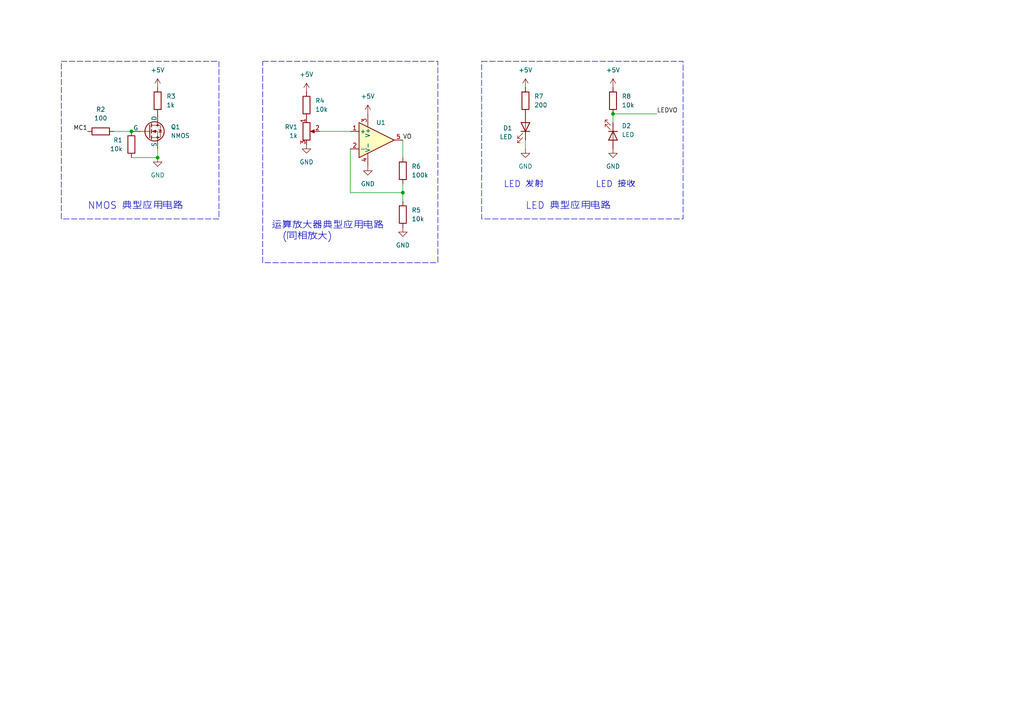
<source format=kicad_sch>
(kicad_sch (version 20230121) (generator eeschema)
  (paper "A4")
  (title_block (title "pmtd-1 t1") (date "2024-01-19") (rev "v0.1") (company "fm-elpac") (comment 1 "主要原理电路"))
  (lib_symbols
    (symbol "Device:LED" (pin_numbers hide) (pin_names (offset 1.016) hide)
      (property "Reference" "D" (at 0 2.54 0))
      (property "Value" "LED" (at 0 -2.54 0))
      (symbol "LED_0_1"
        (polyline (pts (xy -1.27 -1.27) (xy -1.27 1.27)) (stroke (width 0.254)))
        (polyline (pts (xy -1.27 0) (xy 1.27 0)))
        (polyline (pts (xy 1.27 -1.27) (xy 1.27 1.27) (xy -1.27 0) (xy 1.27 -1.27)) (stroke (width 0.254)))
        (polyline (pts (xy -3.048 -0.762) (xy -4.572 -2.286) (xy -3.81 -2.286) (xy -4.572 -2.286) (xy -4.572 -1.524)))
        (polyline (pts (xy -1.778 -0.762) (xy -3.302 -2.286) (xy -2.54 -2.286) (xy -3.302 -2.286) (xy -3.302 -1.524)))
      )
      (symbol "LED_1_1"
        (pin passive line (at -3.81 0 0) (length 2.54) (name "K") (number "1"))
        (pin passive line (at 3.81 0 180) (length 2.54) (name "A") (number "2"))
      )
    )
    (symbol "Device:R" (pin_numbers hide) (pin_names (offset 0))
      (property "Reference" "R" (at 2.032 0 90))
      (property "Value" "R" (at 0 0 90))
      (symbol "R_0_1"
        (rectangle (start -1.016 -2.54) (end 1.016 2.54) (stroke (width 0.254)))
      )
      (symbol "R_1_1"
        (pin passive line (at 0 3.81 270) (length 1.27) (name "~") (number "1"))
        (pin passive line (at 0 -3.81 90) (length 1.27) (name "~") (number "2"))
      )
    )
    (symbol "Device:R_Potentiometer" (pin_names (offset 1.016) hide)
      (property "Reference" "RV" (at -4.445 0 90))
      (property "Value" "R_Potentiometer" (at -2.54 0 90))
      (symbol "R_Potentiometer_0_1"
        (polyline (pts (xy 2.54 0) (xy 1.524 0)))
        (polyline (pts (xy 1.143 0) (xy 2.286 0.508) (xy 2.286 -0.508) (xy 1.143 0)) (fill (type outline)))
        (rectangle (start 1.016 2.54) (end -1.016 -2.54) (stroke (width 0.254)))
      )
      (symbol "R_Potentiometer_1_1"
        (pin passive line (at 0 3.81 270) (length 1.27) (name "1") (number "1"))
        (pin passive line (at 3.81 0 180) (length 1.27) (name "2") (number "2"))
        (pin passive line (at 0 -3.81 90) (length 1.27) (name "3") (number "3"))
      )
    )
    (symbol "Simulation_SPICE:NMOS" (pin_numbers hide) (pin_names (offset 0))
      (property "Reference" "Q" (at 5.08 1.27 0))
      (property "Value" "NMOS" (at 5.08 -1.27 0))
      (symbol "NMOS_0_1"
        (polyline (pts (xy 0.254 0) (xy -2.54 0)))
        (polyline (pts (xy 0.254 1.905) (xy 0.254 -1.905)) (stroke (width 0.254)))
        (polyline (pts (xy 0.762 -1.27) (xy 0.762 -2.286)) (stroke (width 0.254)))
        (polyline (pts (xy 0.762 0.508) (xy 0.762 -0.508)) (stroke (width 0.254)))
        (polyline (pts (xy 0.762 2.286) (xy 0.762 1.27)) (stroke (width 0.254)))
        (polyline (pts (xy 2.54 2.54) (xy 2.54 1.778)))
        (polyline (pts (xy 2.54 -2.54) (xy 2.54 0) (xy 0.762 0)))
        (polyline (pts (xy 0.762 -1.778) (xy 3.302 -1.778) (xy 3.302 1.778) (xy 0.762 1.778)))
        (polyline (pts (xy 1.016 0) (xy 2.032 0.381) (xy 2.032 -0.381) (xy 1.016 0)) (fill (type outline)))
        (polyline (pts (xy 2.794 0.508) (xy 2.921 0.381) (xy 3.683 0.381) (xy 3.81 0.254)))
        (polyline (pts (xy 3.302 0.381) (xy 2.921 -0.254) (xy 3.683 -0.254) (xy 3.302 0.381)))
        (circle (center 1.651 0) (radius 2.794) (stroke (width 0.254)))
        (circle (center 2.54 -1.778) (radius 0.254) (fill (type outline)))
        (circle (center 2.54 1.778) (radius 0.254) (fill (type outline)))
      )
      (symbol "NMOS_1_1"
        (pin passive line (at 2.54 5.08 270) (length 2.54) (name "D") (number "1"))
        (pin input line (at -5.08 0 0) (length 2.54) (name "G") (number "2"))
        (pin passive line (at 2.54 -5.08 90) (length 2.54) (name "S") (number "3"))
      )
    )
    (symbol "Simulation_SPICE:OPAMP" (pin_names (offset 0.254))
      (property "Reference" "U" (at 3.81 3.175 0))
      (property "Value" "${SIM.PARAMS}" (at 3.81 -3.175 0))
      (symbol "OPAMP_0_1"
        (polyline (pts (xy 5.08 0) (xy -5.08 5.08) (xy -5.08 -5.08) (xy 5.08 0)) (stroke (width 0.254)) (fill (type background)))
      )
      (symbol "OPAMP_1_1"
        (pin input line (at -7.62 2.54 0) (length 2.54) (name "+") (number "1"))
        (pin input line (at -7.62 -2.54 0) (length 2.54) (name "-") (number "2"))
        (pin power_in line (at -2.54 7.62 270) (length 3.81) (name "V+") (number "3"))
        (pin power_in line (at -2.54 -7.62 90) (length 3.81) (name "V-") (number "4"))
        (pin output line (at 7.62 0 180) (length 2.54) (name "~") (number "5"))
      )
    )
    (symbol "power:+5V" (power) (pin_names (offset 0))
      (property "Value" "+5V" (at 0 3.556 0))
      (symbol "+5V_0_1"
        (polyline (pts (xy -0.762 1.27) (xy 0 2.54)))
        (polyline (pts (xy 0 0) (xy 0 2.54)))
        (polyline (pts (xy 0 2.54) (xy 0.762 1.27)))
      )
      (symbol "+5V_1_1"
        (pin power_in line (at 0 0 90) (length 0) hide (name "+5V") (number "1"))
      )
    )
    (symbol "power:GND" (power) (pin_names (offset 0))
      (property "Value" "GND" (at 0 -3.81 0))
      (symbol "GND_0_1"
        (polyline (pts (xy 0 0) (xy 0 -1.27) (xy 1.27 -1.27) (xy 0 -2.54) (xy -1.27 -1.27) (xy 0 -1.27)))
      )
      (symbol "GND_1_1"
        (pin power_in line (at 0 0 270) (length 0) hide (name "GND") (number "1"))
      )
    )
  )
  (junction (at 177.8 33.02))
  (junction (at 116.84 55.88))
  (junction (at 38.1 38.1))
  (junction (at 45.72 45.72))
  (wire (pts (xy 116.84 55.88) (xy 101.6 55.88)))
  (wire (pts (xy 152.4 40.64) (xy 152.4 43.18)))
  (wire (pts (xy 92.71 38.1) (xy 101.6 38.1)))
  (wire (pts (xy 177.8 33.02) (xy 190.5 33.02)))
  (wire (pts (xy 116.84 55.88) (xy 116.84 58.42)))
  (wire (pts (xy 38.1 45.72) (xy 45.72 45.72)))
  (wire (pts (xy 116.84 53.34) (xy 116.84 55.88)))
  (wire (pts (xy 33.02 38.1) (xy 38.1 38.1)))
  (wire (pts (xy 101.6 43.18) (xy 101.6 55.88)))
  (wire (pts (xy 116.84 45.72) (xy 116.84 40.64)))
  (wire (pts (xy 45.72 45.72) (xy 45.72 43.18)))
  (wire (pts (xy 177.8 33.02) (xy 177.8 35.56)))
  (rectangle (start 17.78 17.78) (end 63.5 63.5) (stroke (width 0) (type dash)))
  (rectangle (start 139.7 17.78) (end 198.12 63.5) (stroke (width 0) (type dash)))
  (rectangle (start 76.2 17.78) (end 127 76.2) (stroke (width 0) (type dash)))
  (text "NMOS 典型应用电路" (at 25.4 60.96 0) (effects (font (size 2 2)) (justify left bottom)))
  (text "LED 接收" (at 172.72 54.61 0) (effects (font (size 1.8 1.8)) (justify left bottom)))
  (text "LED 发射" (at 146.05 54.61 0) (effects (font (size 1.8 1.8)) (justify left bottom)))
  (text "运算放大器典型应用电路  \n  (同相放大)" (at 78.74 69.85 0) (effects (font (size 2 2)) (justify left bottom)))
  (text "LED 典型应用电路" (at 152.4 60.96 0) (effects (font (size 2 2)) (justify left bottom)))
  (label "VO" (at 116.84 40.64 0))
  (label "LEDVO" (at 190.5 33.02 0))
  (label "MC1" (at 25.4 38.1 180))
  (symbol (lib_id "power:GND") (at 106.68 48.26 0) (unit 1)
    (property "Reference" "#PWR03" (effects hide))
    (property "Value" "GND" (at 106.68 53.34 0))
  )
  (symbol (lib_id "power:GND") (at 116.84 66.04 0) (unit 1)
    (property "Reference" "#PWR05" (effects hide))
    (property "Value" "GND" (at 116.84 71.12 0))
  )
  (symbol (lib_id "Device:R_Potentiometer") (at 88.9 38.1 0) (unit 1)
    (property "Reference" "RV1" (at 86.36 36.83 0) (effects (justify right)))
    (property "Value" "1k" (at 86.36 39.37 0) (effects (justify right)))
  )
  (symbol (lib_id "power:GND") (at 152.4 43.18 0) (unit 1)
    (property "Reference" "#PWR08" (effects hide))
    (property "Value" "GND" (at 152.4 48.26 0))
  )
  (symbol (lib_id "Device:R") (at 29.21 38.1 90) (unit 1)
    (property "Reference" "R2" (at 29.21 31.75 90))
    (property "Value" "100" (at 29.21 34.29 90))
  )
  (symbol (lib_id "power:+5V") (at 152.4 25.4 0) (unit 1)
    (property "Reference" "#PWR09" (effects hide))
    (property "Value" "+5V" (at 152.4 20.32 0))
  )
  (symbol (lib_id "Device:R") (at 38.1 41.91 0) (mirror y) (unit 1)
    (property "Reference" "R1" (at 35.56 40.64 0) (effects (justify left)))
    (property "Value" "10k" (at 35.56 43.18 0) (effects (justify left)))
  )
  (symbol (lib_id "Device:R") (at 152.4 29.21 0) (unit 1)
    (property "Reference" "R7" (at 154.94 27.94 0) (effects (justify left)))
    (property "Value" "200" (at 154.94 30.48 0) (effects (justify left)))
  )
  (symbol (lib_id "Device:R") (at 177.8 29.21 0) (unit 1)
    (property "Reference" "R8" (at 180.34 27.94 0) (effects (justify left)))
    (property "Value" "10k" (at 180.34 30.48 0) (effects (justify left)))
  )
  (symbol (lib_id "power:+5V") (at 106.68 33.02 0) (unit 1)
    (property "Reference" "#PWR04" (effects hide))
    (property "Value" "+5V" (at 106.68 27.94 0))
  )
  (symbol (lib_id "power:GND") (at 177.8 43.18 0) (unit 1)
    (property "Reference" "#PWR010" (effects hide))
    (property "Value" "GND" (at 177.8 48.26 0))
  )
  (symbol (lib_id "Device:LED") (at 177.8 39.37 270) (unit 1)
    (property "Reference" "D2" (at 180.34 36.5125 90) (effects (justify left)))
    (property "Value" "LED" (at 180.34 39.0525 90) (effects (justify left)))
  )
  (symbol (lib_id "Device:R") (at 116.84 62.23 0) (unit 1)
    (property "Reference" "R5" (at 119.38 60.96 0) (effects (justify left)))
    (property "Value" "10k" (at 119.38 63.5 0) (effects (justify left)))
  )
  (symbol (lib_id "power:+5V") (at 88.9 26.67 0) (unit 1)
    (property "Reference" "#PWR07" (effects hide))
    (property "Value" "+5V" (at 88.9 21.59 0))
  )
  (symbol (lib_id "Simulation_SPICE:NMOS") (at 43.18 38.1 0) (unit 1)
    (property "Reference" "Q1" (at 49.53 36.83 0) (effects (justify left)))
    (property "Value" "NMOS" (at 49.53 39.37 0) (effects (justify left)))
    (property "Datasheet" "https://ngspice.sourceforge.io/docs/ngspice-manual.pdf" (effects hide))
    (property "Sim.Device" "NMOS" (effects hide))
    (property "Sim.Type" "VDMOS" (effects hide))
    (property "Sim.Pins" "1=D 2=G 3=S" (effects hide))
  )
  (symbol (lib_id "Device:R") (at 45.72 29.21 0) (unit 1)
    (property "Reference" "R3" (at 48.26 27.94 0) (effects (justify left)))
    (property "Value" "1k" (at 48.26 30.48 0) (effects (justify left)))
  )
  (symbol (lib_id "power:+5V") (at 177.8 25.4 0) (unit 1)
    (property "Reference" "#PWR011" (effects hide))
    (property "Value" "+5V" (at 177.8 20.32 0))
  )
  (symbol (lib_id "Simulation_SPICE:OPAMP") (at 109.22 40.64 0) (unit 1)
    (property "Reference" "U1" (at 110.49 35.56 0))
    (property "Value" "${SIM.PARAMS}" (at 116.84 33.02 0))
    (property "Sim.Pins" "1=in+ 2=in- 3=vcc 4=vee 5=out" (effects hide))
    (property "Sim.Device" "SUBCKT" (effects hide))
    (property "Sim.Library" "${KICAD7_SYMBOL_DIR}/Simulation_SPICE.sp" (effects hide))
    (property "Sim.Name" "kicad_builtin_opamp" (effects hide))
  )
  (symbol (lib_id "power:GND") (at 45.72 45.72 0) (unit 1)
    (property "Reference" "#PWR01" (effects hide))
    (property "Value" "GND" (at 45.72 50.8 0))
  )
  (symbol (lib_id "Device:LED") (at 152.4 36.83 270) (mirror x) (unit 1)
    (property "Reference" "D1" (at 148.59 37.1475 90) (effects (justify right)))
    (property "Value" "LED" (at 148.59 39.6875 90) (effects (justify right)))
  )
  (symbol (lib_id "power:+5V") (at 45.72 25.4 0) (unit 1)
    (property "Reference" "#PWR02" (effects hide))
    (property "Value" "+5V" (at 45.72 20.32 0))
  )
  (symbol (lib_id "Device:R") (at 88.9 30.48 0) (unit 1)
    (property "Reference" "R4" (at 91.44 29.21 0) (effects (justify left)))
    (property "Value" "10k" (at 91.44 31.75 0) (effects (justify left)))
  )
  (symbol (lib_id "Device:R") (at 116.84 49.53 0) (unit 1)
    (property "Reference" "R6" (at 119.38 48.26 0) (effects (justify left)))
    (property "Value" "100k" (at 119.38 50.8 0) (effects (justify left)))
  )
  (symbol (lib_id "power:GND") (at 88.9 41.91 0) (unit 1)
    (property "Reference" "#PWR06" (effects hide))
    (property "Value" "GND" (at 88.9 46.99 0))
  )
)
</source>
